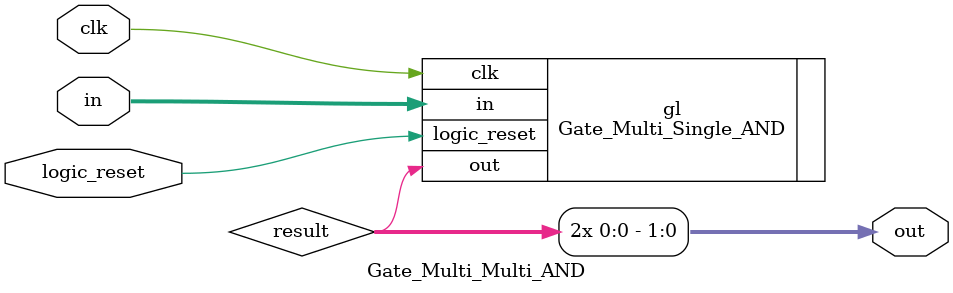
<source format=v>
module Gate_Multi_Multi_AND #(
    parameter INPUT_COUNT = 2,
    parameter OUTPUT_COUNT = 2
)(        
    input wire clk,
    input wire logic_reset,       
    input wire [INPUT_COUNT-1:0] in, 
    output wire [OUTPUT_COUNT-1:0] out
);

    wire result;

    assign out = {OUTPUT_COUNT{result}};

    Gate_Multi_Single_AND gl (
        .clk(clk),
        .logic_reset(logic_reset),
        .in(in),
        .out(result)
    );

endmodule
</source>
